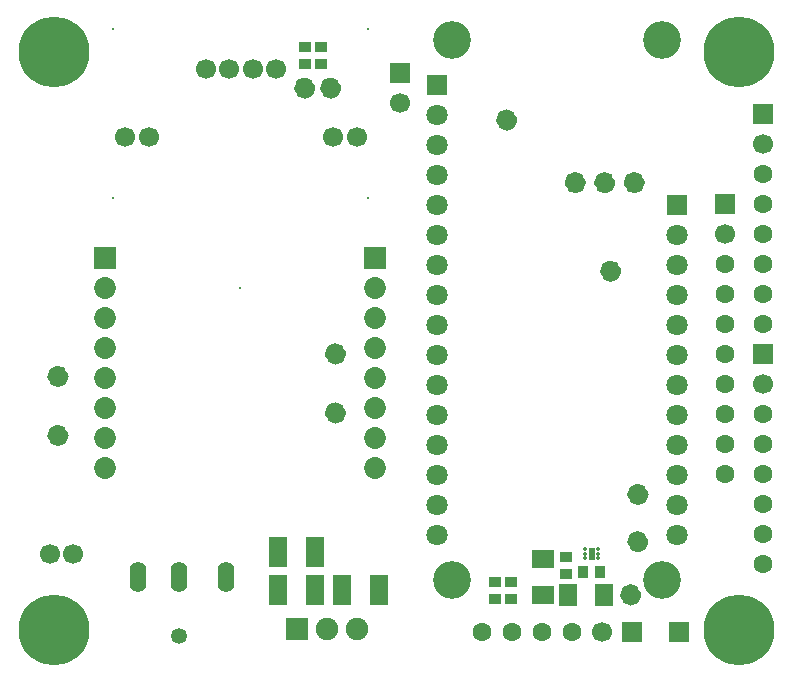
<source format=gbs>
G04 Layer_Color=16711935*
%FSLAX25Y25*%
%MOIN*%
G70*
G01*
G75*
%ADD15C,0.03937*%
%ADD22C,0.06299*%
%ADD30C,0.23622*%
%ADD31C,0.06693*%
%ADD32R,0.06693X0.06693*%
%ADD59R,0.03740X0.03937*%
%ADD61R,0.06693X0.06693*%
%ADD62R,0.03937X0.03740*%
%ADD63C,0.12598*%
%ADD64C,0.07087*%
%ADD65R,0.07087X0.07087*%
%ADD66C,0.07287*%
%ADD67R,0.07287X0.07287*%
%ADD68O,0.05512X0.10236*%
%ADD69C,0.05315*%
%ADD70C,0.00787*%
%ADD71C,0.07480*%
%ADD72R,0.07480X0.07480*%
%ADD73O,0.01969X0.01181*%
%ADD74R,0.01969X0.04488*%
%ADD75R,0.05906X0.10236*%
%ADD76R,0.07323X0.06142*%
%ADD77R,0.06142X0.07323*%
D15*
X109055Y86221D02*
G03*
X109055Y86221I-1575J0D01*
G01*
X208661Y162992D02*
G03*
X208661Y162992I-1575J0D01*
G01*
X207480Y25591D02*
G03*
X207480Y25591I-1575J0D01*
G01*
X98819Y194488D02*
G03*
X98819Y194488I-1575J0D01*
G01*
X188976Y162992D02*
G03*
X188976Y162992I-1575J0D01*
G01*
X198819D02*
G03*
X198819Y162992I-1575J0D01*
G01*
X209842Y59055D02*
G03*
X209842Y59055I-1575J0D01*
G01*
Y43307D02*
G03*
X209842Y43307I-1575J0D01*
G01*
X107480Y194488D02*
G03*
X107480Y194488I-1575J0D01*
G01*
X16535Y98425D02*
G03*
X16535Y98425I-1575J0D01*
G01*
X200787Y133465D02*
G03*
X200787Y133465I-1575J0D01*
G01*
X16535Y78740D02*
G03*
X16535Y78740I-1575J0D01*
G01*
X166142Y183858D02*
G03*
X166142Y183858I-1575J0D01*
G01*
X109055Y105905D02*
G03*
X109055Y105905I-1575J0D01*
G01*
D22*
X156299Y13386D02*
D03*
X166299D02*
D03*
X176299D02*
D03*
X186299D02*
D03*
X250000Y55827D02*
D03*
Y65827D02*
D03*
Y75827D02*
D03*
Y85827D02*
D03*
Y45827D02*
D03*
Y35827D02*
D03*
X237402Y85827D02*
D03*
Y95827D02*
D03*
Y135827D02*
D03*
Y125827D02*
D03*
Y115827D02*
D03*
Y105827D02*
D03*
Y75827D02*
D03*
Y65827D02*
D03*
X250000Y135827D02*
D03*
Y145827D02*
D03*
Y155827D02*
D03*
Y165827D02*
D03*
Y125827D02*
D03*
Y115827D02*
D03*
D30*
X13780Y206693D02*
D03*
X242126D02*
D03*
Y13780D02*
D03*
X13780D02*
D03*
D31*
X196299Y13386D02*
D03*
X250000Y95827D02*
D03*
X128898Y189606D02*
D03*
X237402Y145827D02*
D03*
X250000Y175827D02*
D03*
X45276Y178347D02*
D03*
X37402D02*
D03*
X114567D02*
D03*
X106693D02*
D03*
X72047Y200984D02*
D03*
X64173D02*
D03*
X79921D02*
D03*
X87795D02*
D03*
X20079Y39150D02*
D03*
X12205D02*
D03*
D32*
X250000Y105827D02*
D03*
X128898Y199606D02*
D03*
X237402Y155827D02*
D03*
X250000Y185827D02*
D03*
D59*
X190059Y33071D02*
D03*
X195768D02*
D03*
D61*
X206299Y13386D02*
D03*
X222047D02*
D03*
D62*
X97244Y202658D02*
D03*
Y208366D02*
D03*
X184252Y32579D02*
D03*
Y38287D02*
D03*
X166142Y30020D02*
D03*
Y24311D02*
D03*
X160630Y30020D02*
D03*
Y24311D02*
D03*
X102756Y208366D02*
D03*
Y202658D02*
D03*
D63*
X216219Y210448D02*
D03*
Y30449D02*
D03*
X146219D02*
D03*
Y210448D02*
D03*
D64*
X141220Y45449D02*
D03*
Y55449D02*
D03*
Y65449D02*
D03*
Y75449D02*
D03*
Y145449D02*
D03*
Y155449D02*
D03*
Y165449D02*
D03*
Y175449D02*
D03*
Y185449D02*
D03*
Y135449D02*
D03*
Y125449D02*
D03*
Y115449D02*
D03*
Y105449D02*
D03*
Y95449D02*
D03*
Y85449D02*
D03*
X221220Y45449D02*
D03*
Y55449D02*
D03*
Y65449D02*
D03*
Y75449D02*
D03*
Y85449D02*
D03*
Y95449D02*
D03*
Y145449D02*
D03*
Y135449D02*
D03*
Y125449D02*
D03*
Y115449D02*
D03*
Y105449D02*
D03*
D65*
X141220Y195449D02*
D03*
X221220Y155449D02*
D03*
D66*
X30709Y67795D02*
D03*
Y87795D02*
D03*
Y97795D02*
D03*
Y107795D02*
D03*
Y117795D02*
D03*
Y127795D02*
D03*
Y77795D02*
D03*
X120709Y67795D02*
D03*
Y87795D02*
D03*
Y97795D02*
D03*
Y107795D02*
D03*
Y117795D02*
D03*
Y127795D02*
D03*
Y77795D02*
D03*
D67*
X30709Y137795D02*
D03*
X120709D02*
D03*
D68*
X55315Y31496D02*
D03*
X71063D02*
D03*
X41535D02*
D03*
D69*
X55315Y11811D02*
D03*
D70*
X118209Y157795D02*
D03*
X33209D02*
D03*
Y214291D02*
D03*
X118209D02*
D03*
X75709Y127795D02*
D03*
D71*
X114724Y14173D02*
D03*
X104724D02*
D03*
D72*
X94724D02*
D03*
D73*
X195079Y39370D02*
D03*
Y37795D02*
D03*
Y40945D02*
D03*
X190748Y37795D02*
D03*
Y39370D02*
D03*
Y40945D02*
D03*
D74*
X192913Y39370D02*
D03*
D75*
X109646Y27165D02*
D03*
X121850D02*
D03*
X88386D02*
D03*
X100591D02*
D03*
X88386Y39764D02*
D03*
X100591D02*
D03*
D76*
X176772Y25591D02*
D03*
Y37402D02*
D03*
D77*
X185039Y25591D02*
D03*
X196850D02*
D03*
M02*

</source>
